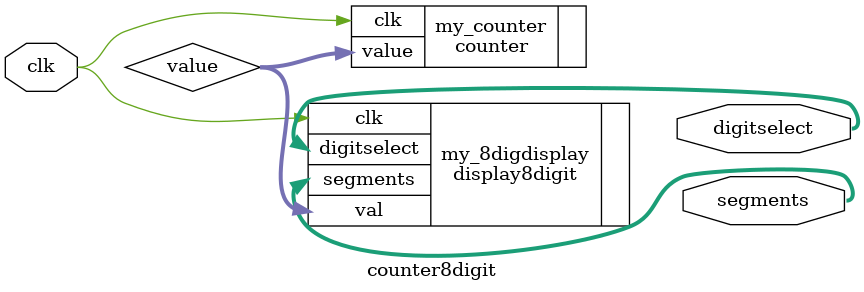
<source format=sv>
`timescale 1ns / 1ps


`default_nettype none
module counter8digit(
    input wire clk,
    output wire [7:0] digitselect,
    output wire [7:0] segments
);
    
    wire [15:0] value;
    counter my_counter (
        .clk(clk),
        .value(value)
    );

    display8digit my_8digdisplay (
        .clk(clk),     
        .val(value),
        .segments(segments),
        .digitselect(digitselect) 
    );
   
endmodule
</source>
